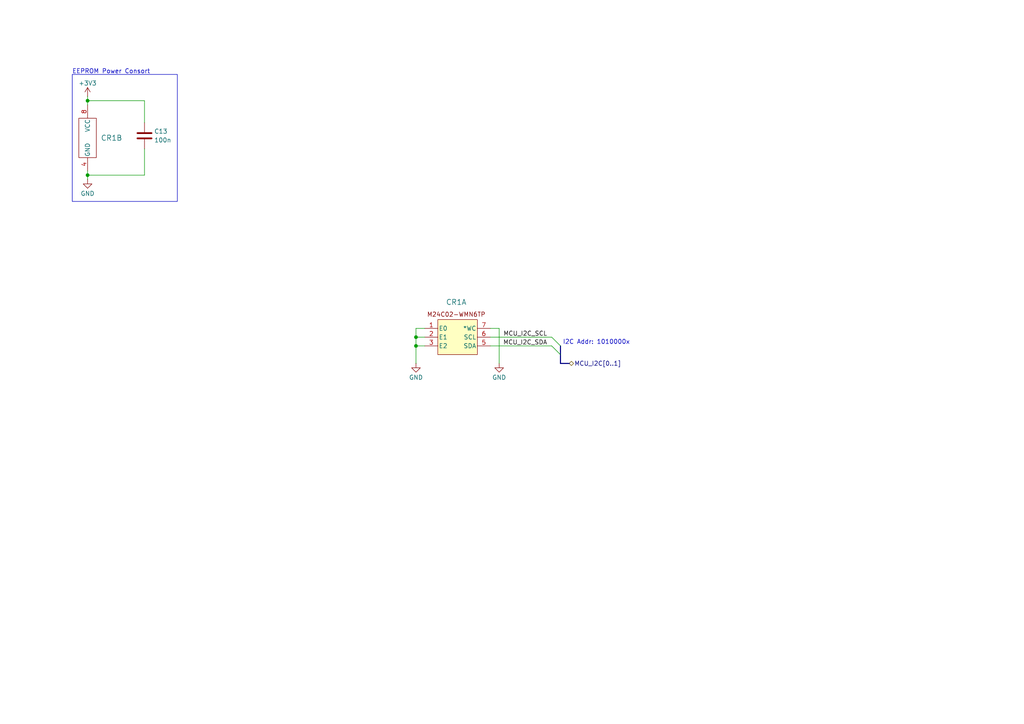
<source format=kicad_sch>
(kicad_sch (version 20250114) (generator "eeschema") (generator_version "9.0")
  (paper "A4")
  (title_block (title "EEPROM") (date "2025-12-01"))
  (lib_symbols
    (symbol "Device:C" (pin_numbers (hide yes)) (pin_names (offset 0.254))
      (property "Reference" "C" (at 0.635 2.54 0))
      (property "Value" "C" (at 0.635 -2.54 0))
      (symbol "C_0_1"
        (polyline (pts (xy -2.032 0.762) (xy 2.032 0.762)) (stroke (width 0.508)))
        (polyline (pts (xy -2.032 -0.762) (xy 2.032 -0.762)) (stroke (width 0.508)))
      )
      (symbol "C_1_1"
        (pin passive line (at 0 3.81 270) (length 2.794) (name "~") (number "1"))
        (pin passive line (at 0 -3.81 90) (length 2.794) (name "~") (number "2"))
      )
    )
    (symbol "hagzey_symbols:eeprom_M24C02-WMN6TP" (pin_names (offset 0.254))
      (property "Reference" "CR" (at 20.32 9.906 0))
      (symbol "eeprom_M24C02-WMN6TP_1_1"
        (rectangle (start 15.24 5.08) (end 26.67 -5.08) (fill (type background)))
        (text "M24C02-WMN6TP" (at 20.574 6.604 0) (effects (font (size 1.27 1.27))))
        (pin unspecified line (at 11.43 2.54 0) (length 3.81) (name "E0") (number "1"))
        (pin unspecified line (at 11.43 0 0) (length 3.81) (name "E1") (number "2"))
        (pin unspecified line (at 11.43 -2.54 0) (length 3.81) (name "E2") (number "3"))
        (pin input line (at 30.48 2.54 180) (length 3.81) (name "*WC") (number "7"))
        (pin input line (at 30.48 0 180) (length 3.81) (name "SCL") (number "6"))
        (pin bidirectional line (at 30.48 -2.54 180) (length 3.81) (name "SDA") (number "5"))
      )
      (symbol "eeprom_M24C02-WMN6TP_2_1"
        (rectangle (start 12.7 15.24) (end 17.78 3.81))
        (pin power_in line (at 15.24 19.05 270) (length 3.81) (name "VCC") (number "8"))
        (pin power_in line (at 15.24 0 90) (length 3.81) (name "GND") (number "4"))
      )
    )
    (symbol "power:+3V3" (power) (pin_numbers (hide yes)) (pin_names (offset 0) (hide yes))
      (property "Value" "+3V3" (at 0 3.556 0))
      (symbol "+3V3_0_1"
        (polyline (pts (xy -0.762 1.27) (xy 0 2.54)))
        (polyline (pts (xy 0 2.54) (xy 0.762 1.27)))
        (polyline (pts (xy 0 0) (xy 0 2.54)))
      )
      (symbol "+3V3_1_1"
        (pin power_in line (at 0 0 90) (length 0) (name "~") (number "1"))
      )
    )
    (symbol "power:GND" (power) (pin_numbers (hide yes)) (pin_names (offset 0) (hide yes))
      (property "Value" "GND" (at 0 -3.81 0))
      (symbol "GND_0_1"
        (polyline (pts (xy 0 0) (xy 0 -1.27) (xy 1.27 -1.27) (xy 0 -2.54) (xy -1.27 -1.27) (xy 0 -1.27)))
      )
      (symbol "GND_1_1"
        (pin power_in line (at 0 0 270) (length 0) (name "~") (number "1"))
      )
    )
  )
  (rectangle (start 20.955 21.59) (end 51.435 58.42))
  (text "I2C Addr: 1010000x" (at 172.974 99.314 0) (effects (font (size 1.27 1.27))))
  (text "EEPROM Power Consort" (at 32.258 20.828 0) (effects (font (size 1.27 1.27))))
  (junction (at 120.65 100.33))
  (junction (at 25.4 50.8))
  (junction (at 25.4 29.21))
  (junction (at 120.65 97.79))
  (bus_entry (at 160.02 97.79) (size 2.54 2.54))
  (bus_entry (at 160.02 100.33) (size 2.54 2.54))
  (wire (pts (xy 41.91 35.56) (xy 41.91 29.21)))
  (wire (pts (xy 25.4 27.94) (xy 25.4 29.21)))
  (wire (pts (xy 120.65 97.79) (xy 120.65 100.33)))
  (wire (pts (xy 41.91 50.8) (xy 25.4 50.8)))
  (wire (pts (xy 142.24 97.79) (xy 160.02 97.79)))
  (wire (pts (xy 25.4 49.53) (xy 25.4 50.8)))
  (wire (pts (xy 144.78 105.41) (xy 144.78 95.25)))
  (wire (pts (xy 25.4 29.21) (xy 25.4 30.48)))
  (wire (pts (xy 142.24 100.33) (xy 160.02 100.33)))
  (bus (pts (xy 162.56 105.41) (xy 165.1 105.41)))
  (wire (pts (xy 120.65 97.79) (xy 123.19 97.79)))
  (wire (pts (xy 144.78 95.25) (xy 142.24 95.25)))
  (wire (pts (xy 123.19 95.25) (xy 120.65 95.25)))
  (bus (pts (xy 162.56 100.33) (xy 162.56 102.87)))
  (wire (pts (xy 120.65 100.33) (xy 123.19 100.33)))
  (wire (pts (xy 25.4 50.8) (xy 25.4 52.07)))
  (bus (pts (xy 162.56 102.87) (xy 162.56 105.41)))
  (wire (pts (xy 41.91 29.21) (xy 25.4 29.21)))
  (wire (pts (xy 41.91 43.18) (xy 41.91 50.8)))
  (wire (pts (xy 120.65 95.25) (xy 120.65 97.79)))
  (wire (pts (xy 120.65 100.33) (xy 120.65 105.41)))
  (label "MCU_I2C_SDA" (at 158.75 100.33 180))
  (label "MCU_I2C_SCL" (at 158.75 97.79 180))
  (hierarchical_label "MCU_I2C[0..1]" (shape bidirectional) (at 165.1 105.41 0))
  (symbol (lib_id "power:GND") (at 120.65 105.41 0) (unit 1)
    (property "Reference" "#PWR03" (effects (hide yes)))
    (property "Value" "GND" (at 120.65 109.474 0))
    (property "Description" "Power symbol creates a global label with name \"GND\" , ground" (effects (hide yes)))
  )
  (symbol (lib_id "hagzey_symbols:eeprom_M24C02-WMN6TP") (at 10.16 49.53 0) (unit 2)
    (property "Reference" "CR1" (at 29.21 40.0049 0) (effects (font (size 1.524 1.524)) (justify left)))
    (property "Value" "eeprom_M24C02-WMN6TP" (effects (hide yes)))
    (property "Footprint" "hagzey_footprints:eeprom_M24C02_WMN6TP" (effects (hide yes)))
    (property "Datasheet" "kicad-embed://eeprom_M24C02_WMN6TP.pdf" (effects (hide yes)))
  )
  (symbol (lib_id "hagzey_symbols:eeprom_M24C02-WMN6TP") (at 111.76 97.79 0) (unit 1)
    (property "Reference" "CR1" (at 132.334 87.63 0) (effects (font (size 1.524 1.524))))
    (property "Value" "eeprom_M24C02-WMN6TP" (effects (hide yes)))
    (property "Footprint" "hagzey_footprints:eeprom_M24C02_WMN6TP" (effects (hide yes)))
    (property "Datasheet" "kicad-embed://eeprom_M24C02_WMN6TP.pdf" (effects (hide yes)))
  )
  (symbol (lib_id "power:GND") (at 144.78 105.41 0) (unit 1)
    (property "Reference" "#PWR04" (effects (hide yes)))
    (property "Value" "GND" (at 144.78 109.474 0))
    (property "Description" "Power symbol creates a global label with name \"GND\" , ground" (effects (hide yes)))
  )
  (symbol (lib_id "power:+3V3") (at 25.4 27.94 0) (unit 1)
    (property "Reference" "#PWR021" (effects (hide yes)))
    (property "Value" "+3V3" (at 25.4 24.13 0))
    (property "Description" "Power symbol creates a global label with name \"+3V3\"" (effects (hide yes)))
  )
  (symbol (lib_id "power:GND") (at 25.4 52.07 0) (unit 1)
    (property "Reference" "#PWR022" (effects (hide yes)))
    (property "Value" "GND" (at 25.4 56.134 0))
    (property "Description" "Power symbol creates a global label with name \"GND\" , ground" (effects (hide yes)))
  )
  (symbol (lib_id "Device:C") (at 41.91 39.37 0) (unit 1)
    (property "Reference" "C13" (at 44.704 38.1 0) (effects (justify left)))
    (property "Value" "100n" (at 44.704 40.64 0) (effects (justify left)))
    (property "Footprint" "Capacitor_SMD:C_0603_1608Metric" (effects (hide yes)))
    (property "Description" "Unpolarized capacitor" (effects (hide yes)))
  )
)
</source>
